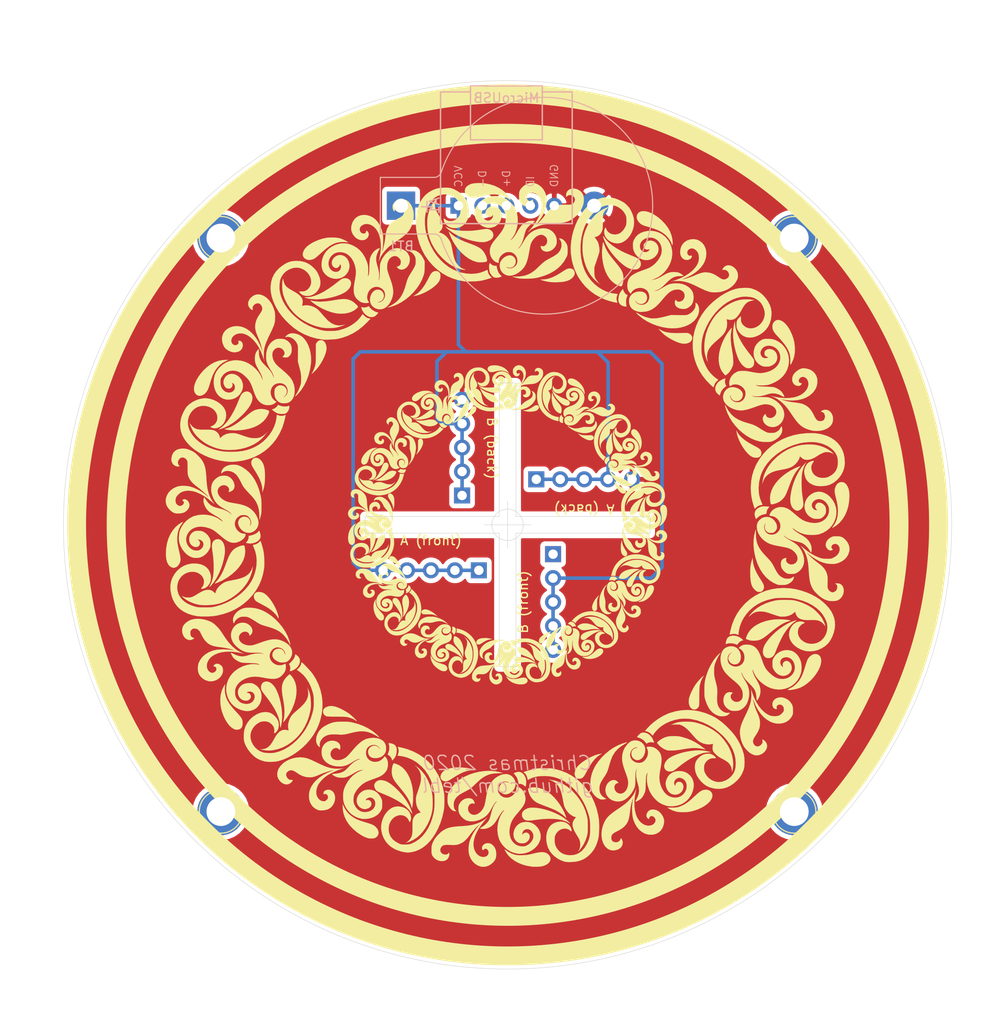
<source format=kicad_pcb>
(kicad_pcb (version 20171130) (host pcbnew "(5.1.5)-3")
  (layers (0 F.Cu signal) (31 B.Cu signal) (34 B.Paste user) (35 F.Paste user) (36 B.SilkS user) (37 F.SilkS user hide) (38 B.Mask user) (39 F.Mask user) (44 Edge.Cuts user))
  (net 0 "")
  (net 1 GND)
  (net 2 VCC)
  (module christmas:microusb_breakout (layer B.Cu) (at 104.648 116.84 270)
    (fp_text reference A1 (at 0 7.62 90) (layer B.SilkS) (effects (justify mirror)))
    (fp_text value MicroUSB (at -11.43 0 180) (layer B.SilkS) (effects (justify mirror)))
    (fp_text user D- (at -1.905 2.54 90) (layer B.SilkS) (effects (font (size 0.8 0.8) (thickness 0.1)) (justify right mirror)))
    (fp_text user D+ (at -1.905 0 90) (layer B.SilkS) (effects (font (size 0.8 0.8) (thickness 0.1)) (justify right mirror)))
    (fp_text user ID (at -1.905 -2.54 90) (layer B.SilkS) (effects (font (size 0.8 0.8) (thickness 0.1)) (justify right mirror)))
    (fp_text user GND (at -1.905 -5.08 90) (layer B.SilkS) (effects (font (size 0.8 0.8) (thickness 0.1)) (justify right mirror)))
    (fp_text user VCC (at -1.905 5.08 90) (layer B.SilkS) (effects (font (size 0.8 0.8) (thickness 0.1)) (justify right mirror)))
    (pad 1 thru_hole rect (at 0 5.08 270) (size 1.7 1.7) (drill 1) (layers *.Cu *.Mask) (net 2 VCC))
    (pad 2 thru_hole oval (at 0 2.54 270) (size 1.7 1.7) (drill 1) (layers *.Cu *.Mask))
    (pad 3 thru_hole oval (at 0 0 270) (size 1.7 1.7) (drill 1) (layers *.Cu *.Mask))
    (pad 4 thru_hole oval (at 0 -2.54 270) (size 1.7 1.7) (drill 1) (layers *.Cu *.Mask))
    (pad 5 thru_hole oval (at 0 -5.08 270) (size 1.7 1.7) (drill 1) (layers *.Cu *.Mask) (net 1 GND))
  )
  (module christmas:conn_base (layer F.Cu) (at 101.727 155.5115 270)
    (fp_text reference J1 hide)
    (fp_text value A_LEFT)
    (pad 5 thru_hole oval (at 0 10.16 270) (size 1.7 1.7) (drill 1) (layers *.Cu *.Mask) (net 2 VCC))
    (pad 4 thru_hole oval (at 0 7.62 270) (size 1.7 1.7) (drill 1) (layers *.Cu *.Mask) (net 2 VCC))
    (pad 3 thru_hole oval (at 0 5.08 270) (size 1.7 1.7) (drill 1) (layers *.Cu *.Mask) (net 2 VCC))
    (pad 2 thru_hole oval (at 0 2.54 270) (size 1.7 1.7) (drill 1) (layers *.Cu *.Mask) (net 2 VCC))
    (pad 1 thru_hole rect (at 0 0 270) (size 1.7 1.7) (drill 1) (layers *.Cu *.Mask) (net 2 VCC))
  )
  (module christmas:conn_base (layer F.Cu) (at 99.949 147.574 180)
    (fp_text reference J4 hide)
    (fp_text value B_RIGHT)
    (pad 5 thru_hole oval (at 0 10.16 180) (size 1.7 1.7) (drill 1) (layers *.Cu *.Mask) (net 1 GND))
    (pad 4 thru_hole oval (at 0 7.62 180) (size 1.7 1.7) (drill 1) (layers *.Cu *.Mask) (net 2 VCC))
    (pad 3 thru_hole oval (at 0 5.08 180) (size 1.7 1.7) (drill 1) (layers *.Cu *.Mask) (net 2 VCC))
    (pad 2 thru_hole oval (at 0 2.54 180) (size 1.7 1.7) (drill 1) (layers *.Cu *.Mask) (net 2 VCC))
    (pad 1 thru_hole rect (at 0 0 180) (size 1.7 1.7) (drill 1) (layers *.Cu *.Mask) (net 2 VCC))
  )
  (module christmas:wreath2 (layer F.Cu) (at 104.775 150.6855)
    (fp_text reference G*** hide)
    (fp_text value LOGO hide)
  )
  (module christmas:wreath (layer F.Cu) (at 104.775 150.6855)
    (fp_text reference G*** hide)
    (fp_text value LOGO hide)
  )
  (module christmas:conn_base (layer F.Cu) (at 107.823 145.8595 90)
    (fp_text reference J2 hide)
    (fp_text value A_RIGHT)
    (pad 5 thru_hole oval (at 0 10.16 90) (size 1.7 1.7) (drill 1) (layers *.Cu *.Mask) (net 1 GND))
    (pad 4 thru_hole oval (at 0 7.62 90) (size 1.7 1.7) (drill 1) (layers *.Cu *.Mask) (net 2 VCC))
    (pad 3 thru_hole oval (at 0 5.08 90) (size 1.7 1.7) (drill 1) (layers *.Cu *.Mask) (net 2 VCC))
    (pad 2 thru_hole oval (at 0 2.54 90) (size 1.7 1.7) (drill 1) (layers *.Cu *.Mask) (net 2 VCC))
    (pad 1 thru_hole rect (at 0 0 90) (size 1.7 1.7) (drill 1) (layers *.Cu *.Mask) (net 2 VCC))
  )
  (module christmas:conn_base (layer F.Cu) (at 109.601 153.797)
    (fp_text reference J3 hide)
    (fp_text value B_LEFT)
    (pad 1 thru_hole rect (at 0 0) (size 1.7 1.7) (drill 1) (layers *.Cu *.Mask))
    (pad 2 thru_hole oval (at 0 2.54) (size 1.7 1.7) (drill 1) (layers *.Cu *.Mask) (net 2 VCC))
    (pad 3 thru_hole oval (at 0 5.08) (size 1.7 1.7) (drill 1) (layers *.Cu *.Mask) (net 2 VCC))
    (pad 4 thru_hole oval (at 0 7.62) (size 1.7 1.7) (drill 1) (layers *.Cu *.Mask) (net 2 VCC))
    (pad 5 thru_hole oval (at 0 10.16) (size 1.7 1.7) (drill 1) (layers *.Cu *.Mask) (net 2 VCC))
  )
  (module mounting:M3 (layer F.Cu) (at 135.1915 120.269)
    (fp_text reference M1 hide)
    (fp_text value Mounting hide)
    (pad 1 thru_hole circle (at 0 0) (size 5 5) (drill 3.048) (layers *.Cu *.Mask))
  )
  (module mounting:M3 (layer F.Cu) (at 74.3585 181.102)
    (fp_text reference M2 hide)
    (fp_text value Mounting hide)
    (pad 1 thru_hole circle (at 0 0) (size 5 5) (drill 3.048) (layers *.Cu *.Mask))
  )
  (module mounting:M3 (layer F.Cu) (at 74.3585 120.269)
    (fp_text reference M3 hide)
    (fp_text value Mounting hide)
    (pad 1 thru_hole circle (at 0 0) (size 5 5) (drill 3.048) (layers *.Cu *.Mask))
  )
  (module mounting:M3 (layer F.Cu) (at 135.1915 181.102)
    (fp_text reference M4 hide)
    (fp_text value Mounting hide)
    (pad 1 thru_hole circle (at 0 0) (size 5 5) (drill 3.048) (layers *.Cu *.Mask))
  )
  (module Battery_Holders:Keystone_103_1x20mm-CoinCell (layer B.Cu) (at 93.472 116.84)
    (fp_text reference BT1 (at 0 4.3) (layer B.SilkS) (effects (justify mirror)))
    (fp_text value CR2032)
    (fp_text user + (at 2.75 0) (layer B.SilkS) (effects (font (size 1.5 1.5)) (justify mirror)))
    (pad 2 thru_hole circle (at 20.49 0) (size 3 3) (drill 1.5) (layers *.Cu *.Mask) (net 1 GND))
    (pad 1 thru_hole rect (at 0 0) (size 3 3) (drill 1.5) (layers *.Cu *.Mask) (net 2 VCC))
  )
  (gr_text "B (back)" (at 103.124 142.5575 270) (layer F.SilkS) (effects (font (size 1 1))))
  (gr_text "A (back)" (at 112.903 149.0345 180) (layer F.SilkS) (effects (font (size 1 1))))
  (gr_text "B (front)" (at 106.426 158.877 90) (layer F.SilkS) (effects (font (size 1 1))))
  (gr_text "A (front)" (at 96.647 152.3365) (layer F.SilkS) (effects (font (size 1 1))))
  (gr_text "Christmas 2020\ngithub.com/tebl" (at 104.8258 177.1523) (layer B.SilkS) (effects (font (size 1.5 1.5) (thickness 0.15) italic) (justify mirror)))
  (gr_circle (center 104.775 150.6855) (end 146.304 150.6855) (layer F.SilkS) (width 2))
  (gr_circle (center 104.775 150.6855) (end 150.495 150.6855) (layer F.SilkS) (width 2))
  (gr_circle (center 104.775 150.6855) (end 57.658 150.6855) (layer Edge.Cuts) (width 0.05))
  (target plus (at 104.775 150.6855) (size 5) (width 0.05) (layer Edge.Cuts))
  (gr_line (start 105.664 165.735) (end 103.886 165.735) (layer Edge.Cuts) (width 0.05))
  (gr_line (start 105.664 151.5745) (end 105.664 165.735) (layer Edge.Cuts) (width 0.05))
  (gr_line (start 103.886 151.5745) (end 103.886 165.735) (layer Edge.Cuts) (width 0.05))
  (gr_line (start 103.886 149.7965) (end 89.662 149.7965) (layer Edge.Cuts) (width 0.05))
  (gr_line (start 103.886 135.636) (end 105.664 135.636) (layer Edge.Cuts) (width 0.05))
  (gr_line (start 103.886 149.7965) (end 103.886 135.636) (layer Edge.Cuts) (width 0.05))
  (gr_line (start 105.664 149.7965) (end 105.664 135.636) (layer Edge.Cuts) (width 0.05))
  (gr_line (start 105.664 149.7965) (end 119.888 149.7965) (layer Edge.Cuts) (width 0.05))
  (gr_line (start 105.664 151.5745) (end 119.888 151.5745) (layer Edge.Cuts) (width 0.05))
  (gr_line (start 119.888 151.5745) (end 119.888 149.7965) (layer Edge.Cuts) (width 0.05))
  (gr_line (start 89.662 151.5745) (end 103.886 151.5745) (layer Edge.Cuts) (width 0.05))
  (gr_line (start 89.662 149.7965) (end 89.662 151.5745) (layer Edge.Cuts) (width 0.05))
  (segment (start 91.567 155.5115) (end 94.107 155.5115) (width 0.381) (layer B.Cu) (net 2))
  (segment (start 96.647 155.5115) (end 94.107 155.5115) (width 0.381) (layer B.Cu) (net 2))
  (segment (start 96.647 155.5115) (end 99.187 155.5115) (width 0.381) (layer B.Cu) (net 2))
  (segment (start 109.601 156.337) (end 109.601 158.877) (width 0.381) (layer B.Cu) (net 2))
  (segment (start 109.601 158.877) (end 109.601 161.417) (width 0.381) (layer B.Cu) (net 2))
  (segment (start 109.601 161.417) (end 109.601 163.957) (width 0.381) (layer B.Cu) (net 2))
  (segment (start 107.823 145.8595) (end 110.363 145.8595) (width 0.381) (layer B.Cu) (net 2))
  (segment (start 110.363 145.8595) (end 112.903 145.8595) (width 0.381) (layer B.Cu) (net 2))
  (segment (start 112.903 145.8595) (end 115.443 145.8595) (width 0.381) (layer B.Cu) (net 2))
  (segment (start 99.949 147.574) (end 99.949 145.034) (width 0.381) (layer B.Cu) (net 2))
  (segment (start 99.949 145.034) (end 99.949 142.494) (width 0.381) (layer B.Cu) (net 2))
  (segment (start 99.949 142.494) (end 99.949 139.954) (width 0.381) (layer B.Cu) (net 2))
  (segment (start 99.187 155.5115) (end 101.727 155.5115) (width 0.381) (layer B.Cu) (net 2))
  (segment (start 115.443 133.477) (end 114.3 132.334) (width 0.381) (layer B.Cu) (net 2))
  (segment (start 115.443 145.8595) (end 115.443 133.477) (width 0.381) (layer B.Cu) (net 2))
  (segment (start 114.3 132.334) (end 107.188 132.334) (width 0.381) (layer B.Cu) (net 2))
  (segment (start 119.888 132.334) (end 114.3 132.334) (width 0.381) (layer B.Cu) (net 2))
  (segment (start 121.158 133.604) (end 119.888 132.334) (width 0.381) (layer B.Cu) (net 2))
  (segment (start 121.158 155.194) (end 121.158 133.604) (width 0.381) (layer B.Cu) (net 2))
  (segment (start 109.601 156.337) (end 120.015 156.337) (width 0.381) (layer B.Cu) (net 2))
  (segment (start 120.015 156.337) (end 121.158 155.194) (width 0.381) (layer B.Cu) (net 2))
  (segment (start 99.568 131.572) (end 100.33 132.334) (width 0.381) (layer B.Cu) (net 2))
  (segment (start 99.568 116.84) (end 99.568 131.572) (width 0.381) (layer B.Cu) (net 2))
  (segment (start 107.188 132.334) (end 100.33 132.334) (width 0.381) (layer B.Cu) (net 2))
  (segment (start 89.2175 155.5115) (end 91.567 155.5115) (width 0.381) (layer B.Cu) (net 2))
  (segment (start 88.392 141.224) (end 88.392 154.686) (width 0.381) (layer B.Cu) (net 2))
  (segment (start 88.392 154.686) (end 89.2175 155.5115) (width 0.381) (layer B.Cu) (net 2))
  (segment (start 88.392 141.224) (end 88.392 133.096) (width 0.381) (layer B.Cu) (net 2))
  (segment (start 89.154 132.334) (end 96.774 132.334) (width 0.381) (layer B.Cu) (net 2))
  (segment (start 88.392 133.096) (end 89.154 132.334) (width 0.381) (layer B.Cu) (net 2))
  (segment (start 100.33 132.334) (end 98.298 132.334) (width 0.381) (layer B.Cu) (net 2))
  (segment (start 98.298 132.334) (end 96.774 132.334) (width 0.381) (layer B.Cu) (net 2))
  (segment (start 97.282 139.446) (end 97.282 133.35) (width 0.381) (layer B.Cu) (net 2))
  (segment (start 97.282 133.35) (end 98.298 132.334) (width 0.381) (layer B.Cu) (net 2))
  (segment (start 99.949 139.954) (end 97.79 139.954) (width 0.381) (layer B.Cu) (net 2))
  (segment (start 97.79 139.954) (end 97.282 139.446) (width 0.381) (layer B.Cu) (net 2))
  (segment (start 98.468 116.84) (end 93.472 116.84) (width 0.381) (layer B.Cu) (net 2))
  (segment (start 99.568 116.84) (end 98.468 116.84) (width 0.381) (layer B.Cu) (net 2))
  (zone (net 1) (net_name GND) (layer F.Cu) (connect_pads (clearance 0.508)) (min_thickness 0.254) (fill yes (arc_segments 32) (thermal_gap 0.508) (thermal_bridge_width 0.508))
    (polygon (pts (xy 156.591 203.608288) (xy 50.927 203.608288) (xy 50.927 95.023288) (xy 156.591 95.023288)))
  )
)
</source>
